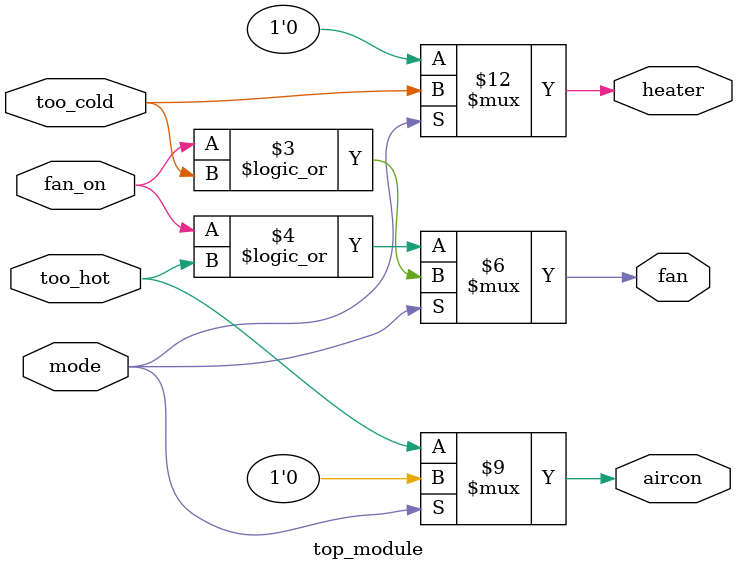
<source format=sv>
module top_module(
	input mode,
	input too_cold, 
	input too_hot,
	input fan_on,
	output heater,
	output aircon,
	output fan
);
	// Output signals for heater, aircon, and fan
	reg heater, aircon, fan;
	
	always @(*) begin
		if (mode == 1) begin // Heating mode
			heater = too_cold;
			aircon = 0;
			fan = fan_on || heater; // Fan is on if heater is on or fan is requested
		end else begin // Cooling mode
			heater = 0;
			aircon = too_hot;
			fan = fan_on || aircon; // Fan is on if aircon is on or fan is requested
		end
	end
endmodule

</source>
